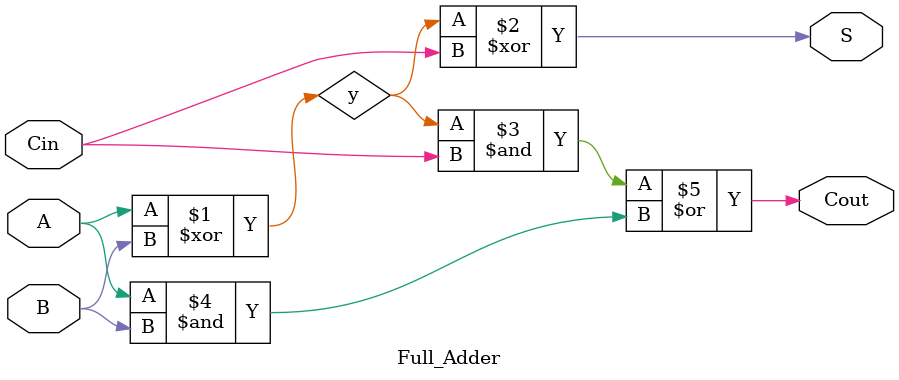
<source format=v>
`timescale 1ns / 1ps

module PipelineAdder(
    input clk,
    input [31:0] A,
    input [31:0] B,
    input Cin,
    output [31:0] S,
    output Cout
    );
    reg C_buffer_0, C_buffer_1, C_buffer_2;
    reg [15:0] buffer_01, buffer_02, buffer_03, buffer_12, buffer_13, buffer_23;
    reg [7:0] buffer_00, buffer_10, buffer_11, buffer_20, buffer_21, buffer_22;
    wire C0, C1, C2;
    wire [7:0] Sout_0, Sout_1, Sout_2;

    Bit8Adder Adder_0(A[7:0], B[7:0], Cin, Sout_0, C0);
    Bit8Adder Adder_1(buffer_01[7:0], buffer_01[15:8], C_buffer_0, Sout_1, C1);
    Bit8Adder Adder_2(buffer_12[7:0], buffer_12[15:8], C_buffer_1, Sout_2, C2);
    Bit8Adder Adder_3(buffer_23[7:0], buffer_23[15:8], C_buffer_2, S[31:24], Cout);
    assign S[23:16] = buffer_22;
    assign S[15:8] = buffer_21;
    assign S[7:0] = buffer_20;

    always @(posedge clk) begin
        buffer_00 <= Sout_0;
        buffer_01 <= {A[15:8], B[15:8]};
        buffer_02 <= {A[23:16], B[23:16]};
        buffer_03 <= {A[31:24], B[31:24]};

        buffer_10 <= buffer_00;
        buffer_11 <= Sout_1;
        buffer_12 <= buffer_02;
        buffer_13 <= buffer_03;

        buffer_20 <= buffer_10;
        buffer_21 <= buffer_11;
        buffer_22 <= Sout_2;
        buffer_23 <= buffer_13;

        C_buffer_0 <= C0;
        C_buffer_1 <= C1;
        C_buffer_2 <= C2;
    end
    
endmodule

module Bit8Adder(
    input [7:0] A,
    input [7:0] B,
    input Cin,
    output [7:0] S,
    output Cout
    );
    wire C1, C2, C3, C4, C5, C6, C7;
    
    Full_Adder FA0(A[0], B[0], Cin, S[0], C1);
    Full_Adder FA1(A[1], B[1], C1, S[1], C2);
    Full_Adder FA2(A[2], B[2], C2, S[2], C3);
    Full_Adder FA3(A[3], B[3], C3, S[3], C4);
    Full_Adder FA4(A[4], B[4], C4, S[4], C5);
    Full_Adder FA5(A[5], B[5], C5, S[5], C6);
    Full_Adder FA6(A[6], B[6], C6, S[6], C7);
    Full_Adder FA7(A[7], B[7], C7, S[7], Cout);
    
endmodule

module Full_Adder(
    input A,
    input B,
    input Cin,
    output S,
    output Cout
    );
    wire y;
    assign y = A ^ B;
    assign S = y ^ Cin;
    assign Cout = (y & Cin) | (A & B);
endmodule

</source>
